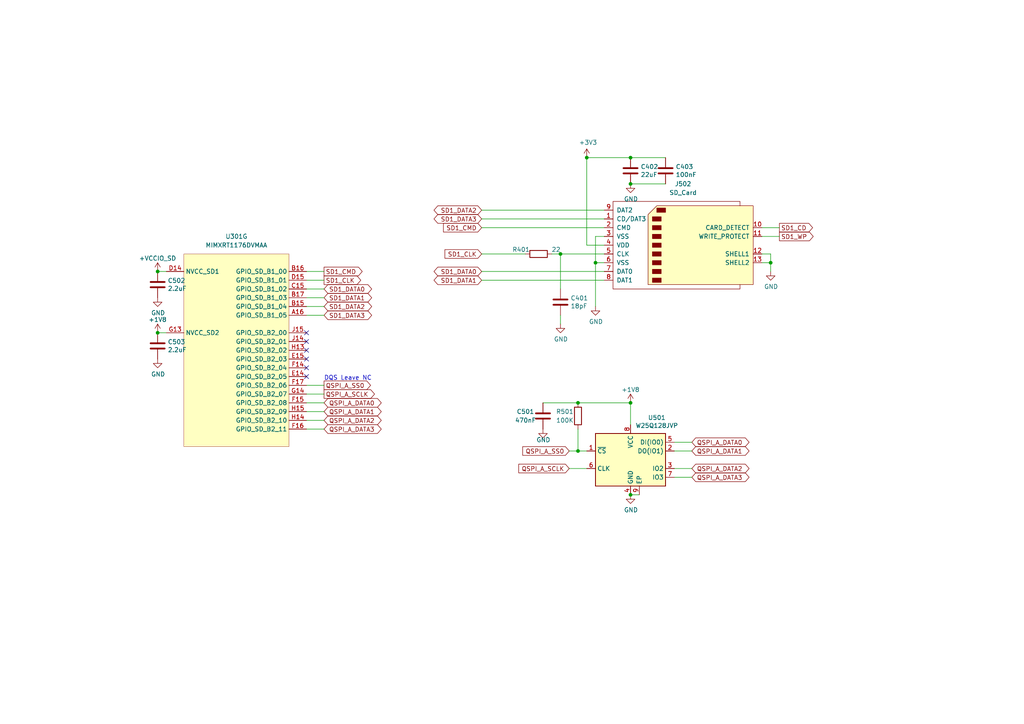
<source format=kicad_sch>
(kicad_sch (version 20230121) (generator eeschema)
  (paper "A4")
  (title_block (title "Sitina 1 Mainboard") (date "2023-03-16") (rev "R0.6") (company "Copyright 2023 Wenting Zhang") (comment 2 "MERCHANTABILITY, SATISFACTORY QUALITY AND FITNESS FOR A PARTICULAR PURPOSE.") (comment 3 "This source is distributed WITHOUT ANY EXPRESS OR IMPLIED WARRANTY, INCLUDING OF") (comment 4 "This source describes Open Hardware and is licensed under the CERN-OHL-P v2."))
  (lib_symbols
    (symbol "Connector:SD_Card" (pin_names (offset 1.016))
      (property "Reference" "J" (at -16.51 13.97 0))
      (property "Value" "SD_Card" (at 15.24 -13.97 0))
      (symbol "SD_Card_0_1"
        (rectangle (start -8.89 -9.525) (end -6.35 -10.795) (fill (type outline)))
        (rectangle (start -8.89 -6.985) (end -6.35 -8.255) (fill (type outline)))
        (rectangle (start -8.89 -4.445) (end -6.35 -5.715) (fill (type outline)))
        (rectangle (start -8.89 -1.905) (end -6.35 -3.175) (fill (type outline)))
        (rectangle (start -8.89 0.635) (end -6.35 -0.635) (fill (type outline)))
        (rectangle (start -8.89 3.175) (end -6.35 1.905) (fill (type outline)))
        (rectangle (start -8.89 5.715) (end -6.35 4.445) (fill (type outline)))
        (rectangle (start -8.89 8.255) (end -6.35 6.985) (fill (type outline)))
        (rectangle (start -7.62 10.795) (end -5.08 9.525) (fill (type outline)))
        (polyline (pts (xy -10.16 8.89) (xy -7.62 11.43) (xy 20.32 11.43) (xy 20.32 -11.43) (xy -10.16 -11.43) (xy -10.16 8.89)) (fill (type background)))
        (polyline (pts (xy 16.51 11.43) (xy 16.51 12.7) (xy -20.32 12.7) (xy -20.32 -12.7) (xy 16.51 -12.7) (xy 16.51 -11.43)))
      )
      (symbol "SD_Card_1_1"
        (pin input line (at -22.86 7.62 0) (length 2.54) (name "CD/DAT3") (number "1"))
        (pin input line (at 22.86 5.08 180) (length 2.54) (name "CARD_DETECT") (number "10"))
        (pin input line (at 22.86 2.54 180) (length 2.54) (name "WRITE_PROTECT") (number "11"))
        (pin input line (at 22.86 -2.54 180) (length 2.54) (name "SHELL1") (number "12"))
        (pin input line (at 22.86 -5.08 180) (length 2.54) (name "SHELL2") (number "13"))
        (pin input line (at -22.86 5.08 0) (length 2.54) (name "CMD") (number "2"))
        (pin power_in line (at -22.86 2.54 0) (length 2.54) (name "VSS") (number "3"))
        (pin power_in line (at -22.86 0 0) (length 2.54) (name "VDD") (number "4"))
        (pin input line (at -22.86 -2.54 0) (length 2.54) (name "CLK") (number "5"))
        (pin power_in line (at -22.86 -5.08 0) (length 2.54) (name "VSS") (number "6"))
        (pin input line (at -22.86 -7.62 0) (length 2.54) (name "DAT0") (number "7"))
        (pin input line (at -22.86 -10.16 0) (length 2.54) (name "DAT1") (number "8"))
        (pin input line (at -22.86 10.16 0) (length 2.54) (name "DAT2") (number "9"))
      )
    )
    (symbol "Device:C" (pin_numbers hide) (pin_names (offset 0.254))
      (property "Reference" "C" (at 0.635 2.54 0))
      (property "Value" "C" (at 0.635 -2.54 0))
      (symbol "C_0_1"
        (polyline (pts (xy -2.032 -0.762) (xy 2.032 -0.762)) (stroke (width 0.508)))
        (polyline (pts (xy -2.032 0.762) (xy 2.032 0.762)) (stroke (width 0.508)))
      )
      (symbol "C_1_1"
        (pin passive line (at 0 3.81 270) (length 2.794) (name "~") (number "1"))
        (pin passive line (at 0 -3.81 90) (length 2.794) (name "~") (number "2"))
      )
    )
    (symbol "Device:R" (pin_numbers hide) (pin_names (offset 0))
      (property "Reference" "R" (at 2.032 0 90))
      (property "Value" "R" (at 0 0 90))
      (symbol "R_0_1"
        (rectangle (start -1.016 -2.54) (end 1.016 2.54) (stroke (width 0.254)))
      )
      (symbol "R_1_1"
        (pin passive line (at 0 3.81 270) (length 1.27) (name "~") (number "1"))
        (pin passive line (at 0 -3.81 90) (length 1.27) (name "~") (number "2"))
      )
    )
    (symbol "Memory_Flash:W25Q32JVZP"
      (property "Reference" "U" (at -8.89 8.89 0))
      (property "Value" "W25Q32JVZP" (at 7.62 8.89 0))
      (symbol "W25Q32JVZP_0_1"
        (rectangle (start -10.16 7.62) (end 10.16 -7.62) (stroke (width 0.254)) (fill (type background)))
      )
      (symbol "W25Q32JVZP_1_1"
        (pin input line (at -12.7 2.54 0) (length 2.54) (name "~{CS}") (number "1"))
        (pin bidirectional line (at 12.7 2.54 180) (length 2.54) (name "DO(IO1)") (number "2"))
        (pin bidirectional line (at 12.7 -2.54 180) (length 2.54) (name "IO2") (number "3"))
        (pin power_in line (at 0 -10.16 90) (length 2.54) (name "GND") (number "4"))
        (pin bidirectional line (at 12.7 5.08 180) (length 2.54) (name "DI(IO0)") (number "5"))
        (pin input line (at -12.7 -2.54 0) (length 2.54) (name "CLK") (number "6"))
        (pin bidirectional line (at 12.7 -5.08 180) (length 2.54) (name "IO3") (number "7"))
        (pin power_in line (at 0 10.16 270) (length 2.54) (name "VCC") (number "8"))
        (pin passive line (at 2.54 -10.16 90) (length 2.54) (name "EP") (number "9"))
      )
    )
    (symbol "power:+1V8" (power) (pin_names (offset 0))
      (property "Value" "+1V8" (at 0 3.556 0))
      (symbol "+1V8_0_1"
        (polyline (pts (xy -0.762 1.27) (xy 0 2.54)))
        (polyline (pts (xy 0 0) (xy 0 2.54)))
        (polyline (pts (xy 0 2.54) (xy 0.762 1.27)))
      )
      (symbol "+1V8_1_1"
        (pin power_in line (at 0 0 90) (length 0) hide (name "+1V8") (number "1"))
      )
    )
    (symbol "power:+3V3" (power) (pin_names (offset 0))
      (property "Value" "+3V3" (at 0 3.556 0))
      (symbol "+3V3_0_1"
        (polyline (pts (xy -0.762 1.27) (xy 0 2.54)))
        (polyline (pts (xy 0 0) (xy 0 2.54)))
        (polyline (pts (xy 0 2.54) (xy 0.762 1.27)))
      )
      (symbol "+3V3_1_1"
        (pin power_in line (at 0 0 90) (length 0) hide (name "+3V3") (number "1"))
      )
    )
    (symbol "power:GND" (power) (pin_names (offset 0))
      (property "Value" "GND" (at 0 -3.81 0))
      (symbol "GND_0_1"
        (polyline (pts (xy 0 0) (xy 0 -1.27) (xy 1.27 -1.27) (xy 0 -2.54) (xy -1.27 -1.27) (xy 0 -1.27)))
      )
      (symbol "GND_1_1"
        (pin power_in line (at 0 0 270) (length 0) hide (name "GND") (number "1"))
      )
    )
    (symbol "symbols:+VCCIO_SD" (power) (pin_names (offset 0))
      (property "Value" "+VCCIO_SD" (at 0 3.556 0))
      (symbol "+VCCIO_SD_0_1"
        (polyline (pts (xy -0.762 1.27) (xy 0 2.54)))
        (polyline (pts (xy 0 0) (xy 0 2.54)))
        (polyline (pts (xy 0 2.54) (xy 0.762 1.27)))
      )
      (symbol "+VCCIO_SD_1_1"
        (pin power_in line (at 0 0 90) (length 0) hide (name "+VCCIO_SD") (number "1"))
      )
    )
    (symbol "symbols:MIMXRT1176DVMAA_9"
      (property "Reference" "U" (at 0 0 0))
      (property "Value" "MIMXRT1176DVMAA" (at 0 -2.54 0))
      (symbol "MIMXRT1176DVMAA_9_1_0"
        (text "(Internal LDO Output)" (at -9.525 -18.415 0) (effects (font (size 0.635 0.635))))
        (text "(Internal LDO Output)" (at -9.525 -13.335 0) (effects (font (size 0.635 0.635))))
      )
      (symbol "MIMXRT1176DVMAA_9_1_1"
        (rectangle (start -15.24 -5.08) (end 15.24 -71.12) (stroke (width 0.001)) (fill (type background)))
        (pin input line (at 20.32 -48.26 180) (length 5.08) (name "GPIO_SNVS_02") (number "L9"))
        (pin input line (at 20.32 -50.8 180) (length 5.08) (name "GPIO_SNVS_03") (number "M10"))
        (pin input line (at 20.32 -58.42 180) (length 5.08) (name "GPIO_SNVS_06") (number "M9"))
        (pin input line (at 20.32 -53.34 180) (length 5.08) (name "GPIO_SNVS_04") (number "N10"))
        (pin input line (at 20.32 -63.5 180) (length 5.08) (name "GPIO_SNVS_08") (number "N9"))
        (pin input line (at 20.32 -45.72 180) (length 5.08) (name "GPIO_SNVS_01") (number "P10"))
        (pin input line (at 20.32 -55.88 180) (length 5.08) (name "GPIO_SNVS_05") (number "P9"))
        (pin input line (at 20.32 -43.18 180) (length 5.08) (name "GPIO_SNVS_00") (number "R10"))
        (pin input line (at 20.32 -66.04 180) (length 5.08) (name "GPIO_SNVS_09") (number "R11"))
        (pin input line (at 20.32 -60.96 180) (length 5.08) (name "GPIO_SNVS_07") (number "R9"))
        (pin input line (at 20.32 -20.32 180) (length 5.08) (name "~{POR}") (number "T10"))
        (pin input line (at 20.32 -38.1 180) (length 5.08) (name "TEST_MODE") (number "T11"))
        (pin input line (at -20.32 -30.48 0) (length 5.08) (name "RTC_XTALI") (number "T13"))
        (pin input line (at -20.32 -20.32 0) (length 5.08) (name "VDD_SNVS_DIG") (number "T14"))
        (pin input line (at 20.32 -15.24 180) (length 5.08) (name "WAKEUP") (number "T8"))
        (pin input line (at 20.32 -27.94 180) (length 5.08) (name "PMIC_STBY_REQ") (number "T9"))
        (pin input line (at 20.32 -10.16 180) (length 5.08) (name "ONOFF") (number "U10"))
        (pin input line (at -20.32 -43.18 0) (length 5.08) (name "NVCC_SNVS") (number "U11"))
        (pin input line (at -20.32 -10.16 0) (length 5.08) (name "VDD_SNVS_IN") (number "U12"))
        (pin input line (at -20.32 -38.1 0) (length 5.08) (name "RTC_XTALO") (number "U13"))
        (pin input line (at -20.32 -15.24 0) (length 5.08) (name "VDD_SNVS_ANA") (number "U14"))
        (pin input line (at 20.32 -33.02 180) (length 5.08) (name "PMIC_ON_REQ") (number "U9"))
      )
      (symbol "MIMXRT1176DVMAA_9_2_0"
        (text "(Internal LDO Output)" (at -9.525 -18.415 0) (effects (font (size 0.635 0.635))))
        (text "(Internal LDO Output)" (at -9.525 -13.335 0) (effects (font (size 0.635 0.635))))
        (text "(Internal LDO Output)" (at 9.525 -31.115 0) (effects (font (size 0.635 0.635))))
      )
      (symbol "MIMXRT1176DVMAA_9_2_1"
        (rectangle (start -15.24 -5.08) (end 15.24 -45.72) (stroke (width 0.001)) (fill (type background)))
        (pin input line (at 20.32 -15.24 180) (length 5.08) (name "ADC_VREFH") (number "G16"))
        (pin input line (at -20.32 -30.48 0) (length 5.08) (name "VDD_SOC_IN_3") (number "H10"))
        (pin input line (at -20.32 -25.4 0) (length 5.08) (name "VDD_SOC_IN_1") (number "H8"))
        (pin input line (at -20.32 -27.94 0) (length 5.08) (name "VDD_SOC_IN_2") (number "H9"))
        (pin input line (at -20.32 -38.1 0) (length 5.08) (name "VDD_SOC_IN_6") (number "J10"))
        (pin input line (at 20.32 -10.16 180) (length 5.08) (name "VDDA_ADC_3P3") (number "J13"))
        (pin input line (at -20.32 -33.02 0) (length 5.08) (name "VDD_SOC_IN_4") (number "J8"))
        (pin input line (at -20.32 -35.56 0) (length 5.08) (name "VDD_SOC_IN_5") (number "J9"))
        (pin input line (at -20.32 -40.64 0) (length 5.08) (name "VDD_SOC_IN_7") (number "K10"))
        (pin input line (at 20.32 -20.32 180) (length 5.08) (name "VDDA_ADC_1P8") (number "K15"))
        (pin input line (at 20.32 -25.4 180) (length 5.08) (name "VDDA_1P8_IN") (number "M11"))
        (pin input line (at 20.32 -33.02 180) (length 5.08) (name "VDDA_1P0") (number "N11"))
        (pin input line (at -20.32 -20.32 0) (length 5.08) (name "VDD_LPSR_DIG") (number "P11"))
        (pin input line (at -20.32 -15.24 0) (length 5.08) (name "VDD_LPSR_ANA") (number "P12"))
        (pin input line (at -20.32 -10.16 0) (length 5.08) (name "VDD_LPSR_IN") (number "R12"))
      )
      (symbol "MIMXRT1176DVMAA_9_3_1"
        (rectangle (start -15.24 -5.08) (end 15.24 -45.72) (stroke (width 0.001)) (fill (type background)))
        (pin input line (at 20.32 -35.56 180) (length 5.08) (name "DCDC_GND_1") (number "K6"))
        (pin input line (at 20.32 -38.1 180) (length 5.08) (name "DCDC_GND_2") (number "K7"))
        (pin input line (at 20.32 -20.32 180) (length 5.08) (name "DCDC_DIG_1") (number "K8"))
        (pin input line (at 20.32 -22.86 180) (length 5.08) (name "DCDC_DIG_2") (number "K9"))
        (pin input line (at -20.32 -15.24 0) (length 5.08) (name "DCDC_IN_Q") (number "L5"))
        (pin input line (at 20.32 -40.64 180) (length 5.08) (name "DCDC_GND_3") (number "L6"))
        (pin input line (at 20.32 -27.94 180) (length 5.08) (name "DCDC_DIG_SENSE") (number "L7"))
        (pin input line (at 20.32 -25.4 180) (length 5.08) (name "DCDC_DIG_3") (number "L8"))
        (pin input line (at -20.32 -10.16 0) (length 5.08) (name "DCDC_IN_1") (number "M5"))
        (pin input line (at 20.32 -15.24 180) (length 5.08) (name "DCDC_ANA_SENSE") (number "M6"))
        (pin input line (at 20.32 -10.16 180) (length 5.08) (name "DCDC_ANA_1") (number "M7"))
        (pin input line (at 20.32 -12.7 180) (length 5.08) (name "DCDC_ANA_2") (number "M8"))
        (pin input line (at -20.32 -40.64 0) (length 5.08) (name "DCDC_MODE") (number "N4"))
        (pin input line (at -20.32 -12.7 0) (length 5.08) (name "DCDC_IN_2") (number "N5"))
        (pin input line (at -20.32 -20.32 0) (length 5.08) (name "DCDC_PSWITCH") (number "P3"))
        (pin input line (at -20.32 -25.4 0) (length 5.08) (name "DCDC_LP_1") (number "T3"))
        (pin input line (at -20.32 -33.02 0) (length 5.08) (name "DCDC_LN_1") (number "T4"))
        (pin input line (at -20.32 -27.94 0) (length 5.08) (name "DCDC_LP_2") (number "U3"))
        (pin input line (at -20.32 -35.56 0) (length 5.08) (name "DCDC_LN_2") (number "U4"))
      )
      (symbol "MIMXRT1176DVMAA_9_4_1"
        (rectangle (start -12.7 -5.08) (end 12.7 -55.88) (stroke (width 0.001)) (fill (type background)))
        (pin input line (at -17.78 -10.16 0) (length 5.08) (name "VSS_1") (number "A1"))
        (pin input line (at -17.78 -12.7 0) (length 5.08) (name "VSS_2") (number "A17"))
        (pin input line (at -17.78 -15.24 0) (length 5.08) (name "VSS_3") (number "B7"))
        (pin input line (at -17.78 -20.32 0) (length 5.08) (name "VSS_5") (number "C10"))
        (pin input line (at -17.78 -22.86 0) (length 5.08) (name "VSS_6") (number "C12"))
        (pin input line (at -17.78 -25.4 0) (length 5.08) (name "VSS_7") (number "C14"))
        (pin input line (at -17.78 -17.78 0) (length 5.08) (name "VSS_4") (number "C8"))
        (pin input line (at -17.78 -27.94 0) (length 5.08) (name "VSS_8") (number "D4"))
        (pin input line (at -17.78 -30.48 0) (length 5.08) (name "VSS_9") (number "F11"))
        (pin input line (at -17.78 -33.02 0) (length 5.08) (name "VSS_10") (number "F12"))
        (pin input line (at -17.78 -35.56 0) (length 5.08) (name "VSS_11") (number "F13"))
        (pin input line (at -17.78 -48.26 0) (length 5.08) (name "VSS_16") (number "G10"))
        (pin input line (at -17.78 -50.8 0) (length 5.08) (name "VSS_17") (number "G11"))
        (pin input line (at 17.78 -10.16 180) (length 5.08) (name "VSS_18") (number "G15"))
        (pin input line (at -17.78 -38.1 0) (length 5.08) (name "VSS_12") (number "G3"))
        (pin input line (at -17.78 -40.64 0) (length 5.08) (name "VSS_13") (number "G7"))
        (pin input line (at -17.78 -43.18 0) (length 5.08) (name "VSS_14") (number "G8"))
        (pin input line (at -17.78 -45.72 0) (length 5.08) (name "VSS_15") (number "G9"))
        (pin input line (at 17.78 -15.24 180) (length 5.08) (name "VSS_20") (number "H11"))
        (pin input line (at 17.78 -12.7 180) (length 5.08) (name "VSS_19") (number "H7"))
        (pin input line (at 17.78 -20.32 180) (length 5.08) (name "VSS_22") (number "J11"))
        (pin input line (at 17.78 -17.78 180) (length 5.08) (name "VSS_21") (number "J7"))
        (pin input line (at 17.78 -22.86 180) (length 5.08) (name "VSS_23") (number "K11"))
        (pin input line (at 17.78 -27.94 180) (length 5.08) (name "VSS_25") (number "L10"))
        (pin input line (at 17.78 -30.48 180) (length 5.08) (name "VSS_26") (number "L11"))
        (pin input line (at 17.78 -33.02 180) (length 5.08) (name "VSS_27") (number "L15"))
        (pin input line (at 17.78 -25.4 180) (length 5.08) (name "VSS_24") (number "L3"))
        (pin input line (at 17.78 -38.1 180) (length 5.08) (name "VSS_29") (number "P14"))
        (pin input line (at 17.78 -35.56 180) (length 5.08) (name "VSS_28") (number "P4"))
        (pin input line (at 17.78 -50.8 180) (length 5.08) (name "VSS_34") (number "R4"))
        (pin input line (at 17.78 -40.64 180) (length 5.08) (name "VSS_30") (number "R7"))
        (pin input line (at 17.78 -43.18 180) (length 5.08) (name "VSS_31") (number "T12"))
        (pin input line (at 17.78 -45.72 180) (length 5.08) (name "VSS_32") (number "U1"))
        (pin input line (at 17.78 -48.26 180) (length 5.08) (name "VSS_33") (number "U17"))
      )
      (symbol "MIMXRT1176DVMAA_9_5_0"
        (polyline (pts (xy -15.24 -27.94) (xy 15.24 -27.94)) (stroke (width 0.0005)))
        (polyline (pts (xy -15.24 -17.78) (xy 15.24 -17.78)) (stroke (width 0.0005)))
        (text "VDD_LPSR_ANA Domain" (at 0 -7.62 0) (effects (font (size 1.27 1.27))))
        (text "VDDA_1P8_IN Domain" (at 0 -30.48 0) (effects (font (size 1.27 1.27))))
        (text "VDDA_ADC_1P8 Domain" (at 0 -20.32 0) (effects (font (size 1.27 1.27))))
      )
      (symbol "MIMXRT1176DVMAA_9_5_1"
        (rectangle (start -15.24 -5.08) (end 15.24 -40.64) (stroke (width 0.001)) (fill (type background)))
        (pin input line (at 20.32 -22.86 180) (length 5.08) (name "DAC_OUT") (number "H16"))
        (pin input line (at 20.32 -35.56 180) (length 5.08) (name "CLK1_N") (number "T15"))
        (pin input line (at -20.32 -12.7 0) (length 5.08) (name "XTALO") (number "T16"))
        (pin input line (at 20.32 -33.02 180) (length 5.08) (name "CLK1_P") (number "U15"))
        (pin input line (at -20.32 -10.16 0) (length 5.08) (name "XTALI") (number "U16"))
      )
      (symbol "MIMXRT1176DVMAA_9_6_1"
        (rectangle (start -15.24 -5.08) (end 15.24 -53.34) (stroke (width 0.001)) (fill (type background)))
        (pin input line (at 20.32 -10.16 180) (length 5.08) (name "GPIO_LPSR_00") (number "N6"))
        (pin input line (at 20.32 -20.32 180) (length 5.08) (name "GPIO_LPSR_04") (number "N7"))
        (pin input line (at 20.32 -22.86 180) (length 5.08) (name "GPIO_LPSR_05") (number "N8"))
        (pin input line (at 20.32 -33.02 180) (length 5.08) (name "GPIO_LPSR_09") (number "P5"))
        (pin input line (at 20.32 -15.24 180) (length 5.08) (name "GPIO_LPSR_02") (number "P6"))
        (pin input line (at -20.32 -10.16 0) (length 5.08) (name "NVCC_LPSR") (number "P7"))
        (pin input line (at 20.32 -25.4 180) (length 5.08) (name "GPIO_LPSR_06") (number "P8"))
        (pin input line (at 20.32 -35.56 180) (length 5.08) (name "GPIO_LPSR_10") (number "R5"))
        (pin input line (at 20.32 -12.7 180) (length 5.08) (name "GPIO_LPSR_01") (number "R6"))
        (pin input line (at 20.32 -27.94 180) (length 5.08) (name "GPIO_LPSR_07") (number "R8"))
        (pin input line (at 20.32 -38.1 180) (length 5.08) (name "GPIO_LPSR_11") (number "T5"))
        (pin input line (at 20.32 -45.72 180) (length 5.08) (name "GPIO_LPSR_14") (number "T6"))
        (pin input line (at 20.32 -17.78 180) (length 5.08) (name "GPIO_LPSR_03") (number "T7"))
        (pin input line (at 20.32 -40.64 180) (length 5.08) (name "GPIO_LPSR_12") (number "U5"))
        (pin input line (at 20.32 -43.18 180) (length 5.08) (name "GPIO_LPSR_13") (number "U6"))
        (pin input line (at 20.32 -48.26 180) (length 5.08) (name "GPIO_LPSR_15") (number "U7"))
        (pin input line (at 20.32 -30.48 180) (length 5.08) (name "GPIO_LPSR_08") (number "U8"))
      )
      (symbol "MIMXRT1176DVMAA_9_7_1"
        (rectangle (start -15.24 -5.08) (end 15.24 -60.96) (stroke (width 0.001)) (fill (type background)))
        (pin input line (at 20.32 -22.86 180) (length 5.08) (name "GPIO_SD_B1_05") (number "A16"))
        (pin input line (at 20.32 -20.32 180) (length 5.08) (name "GPIO_SD_B1_04") (number "B15"))
        (pin input line (at 20.32 -10.16 180) (length 5.08) (name "GPIO_SD_B1_00") (number "B16"))
        (pin input line (at 20.32 -17.78 180) (length 5.08) (name "GPIO_SD_B1_03") (number "B17"))
        (pin input line (at 20.32 -15.24 180) (length 5.08) (name "GPIO_SD_B1_02") (number "C15"))
        (pin input line (at -20.32 -10.16 0) (length 5.08) (name "NVCC_SD1") (number "D14"))
        (pin input line (at 20.32 -12.7 180) (length 5.08) (name "GPIO_SD_B1_01") (number "D15"))
        (pin input line (at 20.32 -40.64 180) (length 5.08) (name "GPIO_SD_B2_05") (number "E14"))
        (pin input line (at 20.32 -35.56 180) (length 5.08) (name "GPIO_SD_B2_03") (number "E15"))
        (pin input line (at 20.32 -38.1 180) (length 5.08) (name "GPIO_SD_B2_04") (number "F14"))
        (pin input line (at 20.32 -48.26 180) (length 5.08) (name "GPIO_SD_B2_08") (number "F15"))
        (pin input line (at 20.32 -55.88 180) (length 5.08) (name "GPIO_SD_B2_11") (number "F16"))
        (pin input line (at 20.32 -43.18 180) (length 5.08) (name "GPIO_SD_B2_06") (number "F17"))
        (pin input line (at -20.32 -27.94 0) (length 5.08) (name "NVCC_SD2") (number "G13"))
        (pin input line (at 20.32 -45.72 180) (length 5.08) (name "GPIO_SD_B2_07") (number "G14"))
        (pin input line (at 20.32 -33.02 180) (length 5.08) (name "GPIO_SD_B2_02") (number "H13"))
        (pin input line (at 20.32 -53.34 180) (length 5.08) (name "GPIO_SD_B2_10") (number "H14"))
        (pin input line (at 20.32 -50.8 180) (length 5.08) (name "GPIO_SD_B2_09") (number "H15"))
        (pin input line (at 20.32 -30.48 180) (length 5.08) (name "GPIO_SD_B2_01") (number "J14"))
        (pin input line (at 20.32 -27.94 180) (length 5.08) (name "GPIO_SD_B2_00") (number "J15"))
      )
      (symbol "MIMXRT1176DVMAA_9_8_1"
        (rectangle (start -15.24 -5.08) (end 15.24 -111.76) (stroke (width 0.001)) (fill (type background)))
        (pin input line (at 20.32 -106.68 180) (length 5.08) (name "GPIO_AD_35") (number "G17"))
        (pin input line (at 20.32 -101.6 180) (length 5.08) (name "GPIO_AD_33") (number "H17"))
        (pin input line (at 20.32 -73.66 180) (length 5.08) (name "GPIO_AD_23") (number "J12"))
        (pin input line (at 20.32 -104.14 180) (length 5.08) (name "GPIO_AD_34") (number "J16"))
        (pin input line (at 20.32 -96.52 180) (length 5.08) (name "GPIO_AD_31") (number "J17"))
        (pin input line (at 20.32 -71.12 180) (length 5.08) (name "GPIO_AD_22") (number "K12"))
        (pin input line (at 20.32 -66.04 180) (length 5.08) (name "GPIO_AD_20") (number "K13"))
        (pin input line (at 20.32 -68.58 180) (length 5.08) (name "GPIO_AD_21") (number "K14"))
        (pin input line (at 20.32 -99.06 180) (length 5.08) (name "GPIO_AD_32") (number "K16"))
        (pin input line (at 20.32 -93.98 180) (length 5.08) (name "GPIO_AD_30") (number "K17"))
        (pin input line (at 20.32 -45.72 180) (length 5.08) (name "GPIO_AD_13") (number "L12"))
        (pin input line (at 20.32 -76.2 180) (length 5.08) (name "GPIO_AD_24") (number "L13"))
        (pin input line (at 20.32 -81.28 180) (length 5.08) (name "GPIO_AD_26") (number "L14"))
        (pin input line (at 20.32 -60.96 180) (length 5.08) (name "GPIO_AD_19") (number "L16"))
        (pin input line (at 20.32 -86.36 180) (length 5.08) (name "GPIO_AD_28") (number "L17"))
        (pin input line (at -20.32 -10.16 0) (length 5.08) (name "NVCC_GPIO") (number "M12"))
        (pin input line (at 20.32 -20.32 180) (length 5.08) (name "GPIO_AD_04") (number "M13"))
        (pin input line (at 20.32 -50.8 180) (length 5.08) (name "GPIO_AD_15") (number "M14"))
        (pin input line (at 20.32 -78.74 180) (length 5.08) (name "GPIO_AD_25") (number "M15"))
        (pin input line (at 20.32 -58.42 180) (length 5.08) (name "GPIO_AD_18") (number "M16"))
        (pin input line (at 20.32 -88.9 180) (length 5.08) (name "GPIO_AD_29") (number "M17"))
        (pin input line (at 20.32 -10.16 180) (length 5.08) (name "GPIO_AD_00") (number "N12"))
        (pin input line (at 20.32 -25.4 180) (length 5.08) (name "GPIO_AD_06") (number "N13"))
        (pin input line (at 20.32 -48.26 180) (length 5.08) (name "GPIO_AD_14") (number "N14"))
        (pin input line (at 20.32 -55.88 180) (length 5.08) (name "GPIO_AD_17") (number "N15"))
        (pin input line (at 20.32 -83.82 180) (length 5.08) (name "GPIO_AD_27") (number "N16"))
        (pin input line (at 20.32 -53.34 180) (length 5.08) (name "GPIO_AD_16") (number "N17"))
        (pin input line (at 20.32 -22.86 180) (length 5.08) (name "GPIO_AD_05") (number "P13"))
        (pin input line (at 20.32 -17.78 180) (length 5.08) (name "GPIO_AD_03") (number "P15"))
        (pin input line (at 20.32 -40.64 180) (length 5.08) (name "GPIO_AD_11") (number "P16"))
        (pin input line (at 20.32 -43.18 180) (length 5.08) (name "GPIO_AD_12") (number "P17"))
        (pin input line (at 20.32 -15.24 180) (length 5.08) (name "GPIO_AD_02") (number "R13"))
        (pin input line (at 20.32 -12.7 180) (length 5.08) (name "GPIO_AD_01") (number "R14"))
        (pin input line (at 20.32 -30.48 180) (length 5.08) (name "GPIO_AD_08") (number "R15"))
        (pin input line (at 20.32 -33.02 180) (length 5.08) (name "GPIO_AD_09") (number "R16"))
        (pin input line (at 20.32 -38.1 180) (length 5.08) (name "GPIO_AD_10") (number "R17"))
        (pin input line (at 20.32 -27.94 180) (length 5.08) (name "GPIO_AD_07") (number "T17"))
      )
      (symbol "MIMXRT1176DVMAA_9_9_1"
        (rectangle (start -15.24 -5.08) (end 15.24 -86.36) (stroke (width 0.001)) (fill (type background)))
        (pin input line (at 20.32 -38.1 180) (length 5.08) (name "GPIO_DISP_B1_11") (number "A14"))
        (pin input line (at 20.32 -30.48 180) (length 5.08) (name "GPIO_DISP_B1_08") (number "A15"))
        (pin input line (at 20.32 -81.28 180) (length 5.08) (name "GPIO_DISP_B2_15") (number "A4"))
        (pin input line (at 20.32 -76.2 180) (length 5.08) (name "GPIO_DISP_B2_13") (number "A5"))
        (pin input line (at 20.32 -71.12 180) (length 5.08) (name "GPIO_DISP_B2_11") (number "A6"))
        (pin input line (at 20.32 -78.74 180) (length 5.08) (name "GPIO_DISP_B2_14") (number "A7"))
        (pin input line (at 20.32 -35.56 180) (length 5.08) (name "GPIO_DISP_B1_10") (number "B14"))
        (pin input line (at 20.32 -63.5 180) (length 5.08) (name "GPIO_DISP_B2_08") (number "B5"))
        (pin input line (at 20.32 -73.66 180) (length 5.08) (name "GPIO_DISP_B2_12") (number "B6"))
        (pin input line (at 20.32 -22.86 180) (length 5.08) (name "GPIO_DISP_B1_05") (number "C11"))
        (pin input line (at 20.32 -33.02 180) (length 5.08) (name "GPIO_DISP_B1_09") (number "C13"))
        (pin input line (at 20.32 -58.42 180) (length 5.08) (name "GPIO_DISP_B2_06") (number "C6"))
        (pin input line (at 20.32 -53.34 180) (length 5.08) (name "GPIO_DISP_B2_04") (number "C7"))
        (pin input line (at 20.32 -55.88 180) (length 5.08) (name "GPIO_DISP_B2_05") (number "C9"))
        (pin input line (at 20.32 -25.4 180) (length 5.08) (name "GPIO_DISP_B1_06") (number "D10"))
        (pin input line (at 20.32 -15.24 180) (length 5.08) (name "GPIO_DISP_B1_02") (number "D11"))
        (pin input line (at -20.32 -10.16 0) (length 5.08) (name "NVCC_DISP1") (number "D12"))
        (pin input line (at 20.32 -12.7 180) (length 5.08) (name "GPIO_DISP_B1_01") (number "D13"))
        (pin input line (at 20.32 -60.96 180) (length 5.08) (name "GPIO_DISP_B2_07") (number "D6"))
        (pin input line (at 20.32 -50.8 180) (length 5.08) (name "GPIO_DISP_B2_03") (number "D7"))
        (pin input line (at 20.32 -66.04 180) (length 5.08) (name "GPIO_DISP_B2_09") (number "D8"))
        (pin input line (at 20.32 -68.58 180) (length 5.08) (name "GPIO_DISP_B2_10") (number "D9"))
        (pin input line (at 20.32 -20.32 180) (length 5.08) (name "GPIO_DISP_B1_04") (number "E10"))
        (pin input line (at 20.32 -17.78 180) (length 5.08) (name "GPIO_DISP_B1_03") (number "E11"))
        (pin input line (at 20.32 -27.94 180) (length 5.08) (name "GPIO_DISP_B1_07") (number "E12"))
        (pin input line (at 20.32 -10.16 180) (length 5.08) (name "GPIO_DISP_B1_00") (number "E13"))
        (pin input line (at -20.32 -43.18 0) (length 5.08) (name "NVCC_DISP2") (number "E7"))
        (pin input line (at 20.32 -43.18 180) (length 5.08) (name "GPIO_DISP_B2_00") (number "E8"))
        (pin input line (at 20.32 -48.26 180) (length 5.08) (name "GPIO_DISP_B2_02") (number "E9"))
        (pin input line (at 20.32 -45.72 180) (length 5.08) (name "GPIO_DISP_B2_01") (number "F8"))
      )
      (symbol "MIMXRT1176DVMAA_9_10_1"
        (rectangle (start -15.24 -5.08) (end 15.24 -185.42) (stroke (width 0.001)) (fill (type background)))
        (pin input line (at 20.32 -38.1 180) (length 5.08) (name "GPIO_EMC_B1_10") (number "A2"))
        (pin input line (at 20.32 -33.02 180) (length 5.08) (name "GPIO_EMC_B1_09") (number "A3"))
        (pin input line (at 20.32 -48.26 180) (length 5.08) (name "GPIO_EMC_B1_14") (number "B1"))
        (pin input line (at 20.32 -73.66 180) (length 5.08) (name "GPIO_EMC_B1_23") (number "B2"))
        (pin input line (at 20.32 -55.88 180) (length 5.08) (name "GPIO_EMC_B1_17") (number "B3"))
        (pin input line (at 20.32 -58.42 180) (length 5.08) (name "GPIO_EMC_B1_18") (number "B4"))
        (pin input line (at 20.32 -50.8 180) (length 5.08) (name "GPIO_EMC_B1_15") (number "C1"))
        (pin input line (at 20.32 -40.64 180) (length 5.08) (name "GPIO_EMC_B1_11") (number "C2"))
        (pin input line (at 20.32 -66.04 180) (length 5.08) (name "GPIO_EMC_B1_20") (number "C3"))
        (pin input line (at 20.32 -60.96 180) (length 5.08) (name "GPIO_EMC_B1_19") (number "C4"))
        (pin input line (at 20.32 -43.18 180) (length 5.08) (name "GPIO_EMC_B1_12") (number "C5"))
        (pin input line (at 20.32 -99.06 180) (length 5.08) (name "GPIO_EMC_B1_32") (number "D1"))
        (pin input line (at 20.32 -96.52 180) (length 5.08) (name "GPIO_EMC_B1_31") (number "D2"))
        (pin input line (at 20.32 -53.34 180) (length 5.08) (name "GPIO_EMC_B1_16") (number "D3"))
        (pin input line (at 20.32 -45.72 180) (length 5.08) (name "GPIO_EMC_B1_13") (number "D5"))
        (pin input line (at 20.32 -104.14 180) (length 5.08) (name "GPIO_EMC_B1_34") (number "E1"))
        (pin input line (at 20.32 -101.6 180) (length 5.08) (name "GPIO_EMC_B1_33") (number "E2"))
        (pin input line (at 20.32 -93.98 180) (length 5.08) (name "GPIO_EMC_B1_30") (number "E3"))
        (pin input line (at 20.32 -17.78 180) (length 5.08) (name "GPIO_EMC_B1_03") (number "E4"))
        (pin input line (at 20.32 -86.36 180) (length 5.08) (name "GPIO_EMC_B1_28") (number "E5"))
        (pin input line (at 20.32 -88.9 180) (length 5.08) (name "GPIO_EMC_B1_29") (number "E6"))
        (pin input line (at 20.32 -106.68 180) (length 5.08) (name "GPIO_EMC_B1_35") (number "F1"))
        (pin input line (at 20.32 -12.7 180) (length 5.08) (name "GPIO_EMC_B1_01") (number "F2"))
        (pin input line (at 20.32 -10.16 180) (length 5.08) (name "GPIO_EMC_B1_00") (number "F3"))
        (pin input line (at 20.32 -22.86 180) (length 5.08) (name "GPIO_EMC_B1_05") (number "F4"))
        (pin input line (at 20.32 -30.48 180) (length 5.08) (name "GPIO_EMC_B1_08") (number "F5"))
        (pin input line (at -20.32 -12.7 0) (length 5.08) (name "NVCC_EMC1") (number "F6"))
        (pin input line (at -20.32 -10.16 0) (length 5.08) (name "NVCC_EMC1") (number "F7"))
        (pin input line (at 20.32 -109.22 180) (length 5.08) (name "GPIO_EMC_B1_36") (number "G1"))
        (pin input line (at 20.32 -68.58 180) (length 5.08) (name "GPIO_EMC_B1_21") (number "G2"))
        (pin input line (at 20.32 -15.24 180) (length 5.08) (name "GPIO_EMC_B1_02") (number "G4"))
        (pin input line (at 20.32 -83.82 180) (length 5.08) (name "GPIO_EMC_B1_27") (number "G5"))
        (pin input line (at -20.32 -15.24 0) (length 5.08) (name "NVCC_EMC1") (number "G6"))
        (pin input line (at 20.32 -111.76 180) (length 5.08) (name "GPIO_EMC_B1_37") (number "H1"))
        (pin input line (at 20.32 -71.12 180) (length 5.08) (name "GPIO_EMC_B1_22") (number "H2"))
        (pin input line (at 20.32 -27.94 180) (length 5.08) (name "GPIO_EMC_B1_07") (number "H3"))
        (pin input line (at 20.32 -25.4 180) (length 5.08) (name "GPIO_EMC_B1_06") (number "H4"))
        (pin input line (at 20.32 -20.32 180) (length 5.08) (name "GPIO_EMC_B1_04") (number "H5"))
        (pin input line (at -20.32 -127 0) (length 5.08) (name "NVCC_EMC2") (number "H6"))
        (pin input line (at 20.32 -114.3 180) (length 5.08) (name "GPIO_EMC_B1_38") (number "J1"))
        (pin input line (at 20.32 -116.84 180) (length 5.08) (name "GPIO_EMC_B1_39") (number "J2"))
        (pin input line (at 20.32 -81.28 180) (length 5.08) (name "GPIO_EMC_B1_26") (number "J3"))
        (pin input line (at 20.32 -78.74 180) (length 5.08) (name "GPIO_EMC_B1_25") (number "J4"))
        (pin input line (at 20.32 -76.2 180) (length 5.08) (name "GPIO_EMC_B1_24") (number "J5"))
        (pin input line (at -20.32 -129.54 0) (length 5.08) (name "NVCC_EMC2") (number "J6"))
        (pin input line (at 20.32 -119.38 180) (length 5.08) (name "GPIO_EMC_B1_40") (number "K1"))
        (pin input line (at 20.32 -127 180) (length 5.08) (name "GPIO_EMC_B2_00") (number "K2"))
        (pin input line (at 20.32 -132.08 180) (length 5.08) (name "GPIO_EMC_B2_02") (number "K3"))
        (pin input line (at 20.32 -129.54 180) (length 5.08) (name "GPIO_EMC_B2_01") (number "K4"))
        (pin input line (at 20.32 -162.56 180) (length 5.08) (name "GPIO_EMC_B2_13") (number "K5"))
        (pin input line (at 20.32 -121.92 180) (length 5.08) (name "GPIO_EMC_B1_41") (number "L1"))
        (pin input line (at 20.32 -167.64 180) (length 5.08) (name "GPIO_EMC_B2_15") (number "L2"))
        (pin input line (at 20.32 -157.48 180) (length 5.08) (name "GPIO_EMC_B2_11") (number "L4"))
        (pin input line (at 20.32 -137.16 180) (length 5.08) (name "GPIO_EMC_B2_04") (number "M1"))
        (pin input line (at 20.32 -160.02 180) (length 5.08) (name "GPIO_EMC_B2_12") (number "M2"))
        (pin input line (at 20.32 -144.78 180) (length 5.08) (name "GPIO_EMC_B2_07") (number "M3"))
        (pin input line (at 20.32 -165.1 180) (length 5.08) (name "GPIO_EMC_B2_14") (number "M4"))
        (pin input line (at 20.32 -139.7 180) (length 5.08) (name "GPIO_EMC_B2_05") (number "N1"))
        (pin input line (at 20.32 -149.86 180) (length 5.08) (name "GPIO_EMC_B2_09") (number "N2"))
        (pin input line (at 20.32 -175.26 180) (length 5.08) (name "GPIO_EMC_B2_18") (number "N3"))
        (pin input line (at 20.32 -147.32 180) (length 5.08) (name "GPIO_EMC_B2_08") (number "P1"))
        (pin input line (at 20.32 -170.18 180) (length 5.08) (name "GPIO_EMC_B2_16") (number "P2"))
        (pin input line (at 20.32 -134.62 180) (length 5.08) (name "GPIO_EMC_B2_03") (number "R1"))
        (pin input line (at 20.32 -154.94 180) (length 5.08) (name "GPIO_EMC_B2_10") (number "R2"))
        (pin input line (at 20.32 -180.34 180) (length 5.08) (name "GPIO_EMC_B2_20") (number "R3"))
        (pin input line (at 20.32 -142.24 180) (length 5.08) (name "GPIO_EMC_B2_06") (number "T1"))
        (pin input line (at 20.32 -172.72 180) (length 5.08) (name "GPIO_EMC_B2_17") (number "T2"))
        (pin input line (at 20.32 -177.8 180) (length 5.08) (name "GPIO_EMC_B2_19") (number "U2"))
      )
      (symbol "MIMXRT1176DVMAA_9_11_1"
        (rectangle (start -15.24 -5.08) (end 15.24 -55.88) (stroke (width 0.001)) (fill (type background)))
        (pin input line (at 20.32 -43.18 180) (length 5.08) (name "MIPI_DSI_DN1") (number "A10"))
        (pin input line (at 20.32 -12.7 180) (length 5.08) (name "MIPI_CSI_DN0") (number "A11"))
        (pin input line (at 20.32 -27.94 180) (length 5.08) (name "MIPI_CSI_CKN") (number "A12"))
        (pin input line (at 20.32 -20.32 180) (length 5.08) (name "MIPI_CSI_DN1") (number "A13"))
        (pin input line (at 20.32 -35.56 180) (length 5.08) (name "MIPI_DSI_DN0") (number "A8"))
        (pin input line (at 20.32 -50.8 180) (length 5.08) (name "MIPI_DSI_CKN") (number "A9"))
        (pin input line (at 20.32 -40.64 180) (length 5.08) (name "MIPI_DSI_DP1") (number "B10"))
        (pin input line (at 20.32 -10.16 180) (length 5.08) (name "MIPI_CSI_DP0") (number "B11"))
        (pin input line (at 20.32 -25.4 180) (length 5.08) (name "MIPI_CSI_CKP") (number "B12"))
        (pin input line (at 20.32 -17.78 180) (length 5.08) (name "MIPI_CSI_DP1") (number "B13"))
        (pin input line (at 20.32 -33.02 180) (length 5.08) (name "MIPI_DSI_DP0") (number "B8"))
        (pin input line (at 20.32 -48.26 180) (length 5.08) (name "MIPI_DSI_CKP") (number "B9"))
        (pin input line (at -20.32 -17.78 0) (length 5.08) (name "VDD_MIPI_1P0") (number "F10"))
        (pin input line (at -20.32 -10.16 0) (length 5.08) (name "VDD_MIPI_1P8") (number "F9"))
      )
      (symbol "MIMXRT1176DVMAA_9_12_1"
        (rectangle (start -15.24 -5.08) (end 15.24 -30.48) (stroke (width 0.001)) (fill (type background)))
        (pin input line (at 20.32 -22.86 180) (length 5.08) (name "USB2_DN") (number "C16"))
        (pin input line (at 20.32 -20.32 180) (length 5.08) (name "USB2_DP") (number "C17"))
        (pin input line (at -20.32 -25.4 0) (length 5.08) (name "USB2_VBUS") (number "D16"))
        (pin input line (at -20.32 -20.32 0) (length 5.08) (name "USB1_VBUS") (number "D17"))
        (pin input line (at 20.32 -12.7 180) (length 5.08) (name "USB1_DN") (number "E16"))
        (pin input line (at 20.32 -10.16 180) (length 5.08) (name "USB1_DP") (number "E17"))
        (pin input line (at -20.32 -15.24 0) (length 5.08) (name "VDD_USB_3P3") (number "G12"))
        (pin input line (at -20.32 -10.16 0) (length 5.08) (name "VDD_USB_1P8") (number "H12"))
      )
    )
  )
  (junction (at 182.88 143.51) (diameter 0.9144))
  (junction (at 182.88 53.34) (diameter 0.9144))
  (junction (at 167.64 130.81) (diameter 0.9144))
  (junction (at 170.18 45.72))
  (junction (at 182.88 116.84))
  (junction (at 167.64 116.84) (diameter 0.9144))
  (junction (at 182.88 45.72) (diameter 0.9144))
  (junction (at 223.52 76.2))
  (junction (at 45.72 96.52))
  (junction (at 172.72 76.2))
  (junction (at 162.56 73.66) (diameter 0.9144))
  (junction (at 45.72 78.74))
  (no_connect (at 88.9 96.52))
  (no_connect (at 88.9 99.06))
  (no_connect (at 88.9 101.6))
  (no_connect (at 88.9 104.14))
  (no_connect (at 88.9 106.68))
  (no_connect (at 88.9 109.22))
  (wire (pts (xy 160.02 73.66) (xy 162.56 73.66)))
  (wire (pts (xy 88.9 111.76) (xy 93.98 111.76)))
  (wire (pts (xy 88.9 83.82) (xy 93.98 83.82)))
  (wire (pts (xy 88.9 88.9) (xy 93.98 88.9)))
  (wire (pts (xy 139.7 60.96) (xy 175.26 60.96)))
  (wire (pts (xy 162.56 73.66) (xy 175.26 73.66)))
  (wire (pts (xy 220.98 73.66) (xy 223.52 73.66)))
  (wire (pts (xy 167.64 116.84) (xy 182.88 116.84)))
  (wire (pts (xy 223.52 76.2) (xy 223.52 78.74)))
  (wire (pts (xy 88.9 78.74) (xy 93.98 78.74)))
  (wire (pts (xy 170.18 45.72) (xy 170.18 71.12)))
  (wire (pts (xy 167.64 124.46) (xy 167.64 130.81)))
  (wire (pts (xy 195.58 135.89) (xy 200.66 135.89)))
  (wire (pts (xy 223.52 73.66) (xy 223.52 76.2)))
  (wire (pts (xy 88.9 86.36) (xy 93.98 86.36)))
  (wire (pts (xy 185.42 143.51) (xy 182.88 143.51)))
  (wire (pts (xy 157.48 116.84) (xy 167.64 116.84)))
  (wire (pts (xy 139.7 73.66) (xy 152.4 73.66)))
  (wire (pts (xy 193.04 53.34) (xy 182.88 53.34)))
  (wire (pts (xy 172.72 68.58) (xy 175.26 68.58)))
  (wire (pts (xy 88.9 114.3) (xy 93.98 114.3)))
  (wire (pts (xy 195.58 128.27) (xy 200.66 128.27)))
  (wire (pts (xy 165.1 135.89) (xy 170.18 135.89)))
  (wire (pts (xy 162.56 91.44) (xy 162.56 93.98)))
  (wire (pts (xy 220.98 66.04) (xy 226.06 66.04)))
  (wire (pts (xy 195.58 138.43) (xy 200.66 138.43)))
  (wire (pts (xy 139.7 78.74) (xy 175.26 78.74)))
  (wire (pts (xy 88.9 91.44) (xy 93.98 91.44)))
  (wire (pts (xy 167.64 130.81) (xy 170.18 130.81)))
  (wire (pts (xy 170.18 45.72) (xy 182.88 45.72)))
  (wire (pts (xy 88.9 119.38) (xy 93.98 119.38)))
  (wire (pts (xy 165.1 130.81) (xy 167.64 130.81)))
  (wire (pts (xy 162.56 73.66) (xy 162.56 83.82)))
  (wire (pts (xy 45.72 96.52) (xy 48.26 96.52)))
  (wire (pts (xy 220.98 68.58) (xy 226.06 68.58)))
  (wire (pts (xy 220.98 76.2) (xy 223.52 76.2)))
  (wire (pts (xy 182.88 123.19) (xy 182.88 116.84)))
  (wire (pts (xy 139.7 63.5) (xy 175.26 63.5)))
  (wire (pts (xy 172.72 68.58) (xy 172.72 76.2)))
  (wire (pts (xy 193.04 45.72) (xy 182.88 45.72)))
  (wire (pts (xy 88.9 121.92) (xy 93.98 121.92)))
  (wire (pts (xy 139.7 66.04) (xy 175.26 66.04)))
  (wire (pts (xy 195.58 130.81) (xy 200.66 130.81)))
  (wire (pts (xy 139.7 81.28) (xy 175.26 81.28)))
  (wire (pts (xy 172.72 76.2) (xy 172.72 88.9)))
  (wire (pts (xy 88.9 81.28) (xy 93.98 81.28)))
  (wire (pts (xy 88.9 124.46) (xy 93.98 124.46)))
  (wire (pts (xy 88.9 116.84) (xy 93.98 116.84)))
  (wire (pts (xy 170.18 71.12) (xy 175.26 71.12)))
  (wire (pts (xy 172.72 76.2) (xy 175.26 76.2)))
  (wire (pts (xy 45.72 78.74) (xy 48.26 78.74)))
  (text "DQS Leave NC" (at 93.98 110.49 0) (effects (font (size 1.27 1.27)) (justify left bottom)))
  (global_label "QSPI_A_SS0" (shape input) (at 165.1 130.81 180) (property "Intersheetrefs" "${INTERSHEET_REFS}" (effects hide)))
  (global_label "QSPI_A_DATA3" (shape bidirectional) (at 200.66 138.43 0) (property "Intersheetrefs" "${INTERSHEET_REFS}" (effects hide)))
  (global_label "SD1_CLK" (shape output) (at 93.98 81.28 0) (property "Intersheetrefs" "${INTERSHEET_REFS}" (effects hide)))
  (global_label "QSPI_A_DATA0" (shape bidirectional) (at 93.98 116.84 0) (property "Intersheetrefs" "${INTERSHEET_REFS}" (effects hide)))
  (global_label "SD1_DATA1" (shape bidirectional) (at 93.98 86.36 0) (property "Intersheetrefs" "${INTERSHEET_REFS}" (effects hide)))
  (global_label "QSPI_A_SCLK" (shape input) (at 165.1 135.89 180) (property "Intersheetrefs" "${INTERSHEET_REFS}" (effects hide)))
  (global_label "SD1_WP" (shape output) (at 226.06 68.58 0) (property "Intersheetrefs" "${INTERSHEET_REFS}" (effects hide)))
  (global_label "QSPI_A_DATA2" (shape bidirectional) (at 93.98 121.92 0) (property "Intersheetrefs" "${INTERSHEET_REFS}" (effects hide)))
  (global_label "SD1_DATA2" (shape bidirectional) (at 139.7 60.96 180) (property "Intersheetrefs" "${INTERSHEET_REFS}" (effects hide)))
  (global_label "SD1_CMD" (shape output) (at 93.98 78.74 0) (property "Intersheetrefs" "${INTERSHEET_REFS}" (effects hide)))
  (global_label "QSPI_A_DATA3" (shape bidirectional) (at 93.98 124.46 0) (property "Intersheetrefs" "${INTERSHEET_REFS}" (effects hide)))
  (global_label "QSPI_A_DATA2" (shape bidirectional) (at 200.66 135.89 0) (property "Intersheetrefs" "${INTERSHEET_REFS}" (effects hide)))
  (global_label "QSPI_A_DATA0" (shape bidirectional) (at 200.66 128.27 0) (property "Intersheetrefs" "${INTERSHEET_REFS}" (effects hide)))
  (global_label "SD1_DATA0" (shape bidirectional) (at 139.7 78.74 180) (property "Intersheetrefs" "${INTERSHEET_REFS}" (effects hide)))
  (global_label "QSPI_A_SS0" (shape output) (at 93.98 111.76 0) (property "Intersheetrefs" "${INTERSHEET_REFS}" (effects hide)))
  (global_label "SD1_CD" (shape output) (at 226.06 66.04 0) (property "Intersheetrefs" "${INTERSHEET_REFS}" (effects hide)))
  (global_label "QSPI_A_DATA1" (shape bidirectional) (at 200.66 130.81 0) (property "Intersheetrefs" "${INTERSHEET_REFS}" (effects hide)))
  (global_label "SD1_DATA3" (shape bidirectional) (at 139.7 63.5 180) (property "Intersheetrefs" "${INTERSHEET_REFS}" (effects hide)))
  (global_label "QSPI_A_DATA1" (shape bidirectional) (at 93.98 119.38 0) (property "Intersheetrefs" "${INTERSHEET_REFS}" (effects hide)))
  (global_label "SD1_DATA0" (shape bidirectional) (at 93.98 83.82 0) (property "Intersheetrefs" "${INTERSHEET_REFS}" (effects hide)))
  (global_label "SD1_DATA2" (shape bidirectional) (at 93.98 88.9 0) (property "Intersheetrefs" "${INTERSHEET_REFS}" (effects hide)))
  (global_label "QSPI_A_SCLK" (shape output) (at 93.98 114.3 0) (property "Intersheetrefs" "${INTERSHEET_REFS}" (effects hide)))
  (global_label "SD1_DATA1" (shape bidirectional) (at 139.7 81.28 180) (property "Intersheetrefs" "${INTERSHEET_REFS}" (effects hide)))
  (global_label "SD1_DATA3" (shape bidirectional) (at 93.98 91.44 0) (property "Intersheetrefs" "${INTERSHEET_REFS}" (effects hide)))
  (global_label "SD1_CLK" (shape input) (at 139.7 73.66 180) (property "Intersheetrefs" "${INTERSHEET_REFS}" (effects hide)))
  (global_label "SD1_CMD" (shape input) (at 139.7 66.04 180) (property "Intersheetrefs" "${INTERSHEET_REFS}" (effects hide)))
  (symbol (lib_id "power:GND") (at 162.56 93.98 0) (unit 1)
    (property "Reference" "#PWR0401" (effects hide))
    (property "Value" "GND" (at 162.687 98.3742 0))
  )
  (symbol (lib_id "power:GND") (at 172.72 88.9 0) (unit 1)
    (property "Reference" "#PWR0403" (effects hide))
    (property "Value" "GND" (at 172.847 93.2942 0))
  )
  (symbol (lib_id "Device:R") (at 167.64 120.65 0) (unit 1)
    (property "Reference" "R501" (at 163.83 119.38 0))
    (property "Value" "100K" (at 163.83 121.92 0))
    (property "Footprint" "Resistor_SMD:R_0402_1005Metric" (effects hide))
  )
  (symbol (lib_id "Device:C") (at 193.04 49.53 0) (unit 1)
    (property "Reference" "C403" (at 195.961 48.362 0) (effects (justify left)))
    (property "Value" "100nF" (at 195.961 50.673 0) (effects (justify left)))
    (property "Footprint" "Capacitor_SMD:C_0402_1005Metric" (effects hide))
  )
  (symbol (lib_id "Device:C") (at 162.56 87.63 0) (unit 1)
    (property "Reference" "C401" (at 165.481 86.4616 0) (effects (justify left)))
    (property "Value" "18pF" (at 165.481 88.773 0) (effects (justify left)))
    (property "Footprint" "Capacitor_SMD:C_0402_1005Metric" (effects hide))
  )
  (symbol (lib_name "symbols:MIMXRT1176DVMAA_9") (lib_id "symbols:MIMXRT1176DVMAA") (at 68.58 68.58 0) (unit 7)
    (property "Reference" "U301" (at 68.58 68.58 0))
    (property "Value" "MIMXRT1176DVMAA" (at 68.58 71.12 0))
    (property "Footprint" "footprints:BGA-289_17x17_14.0x14.0mm" (effects hide))
  )
  (symbol (lib_id "power:GND") (at 45.72 86.36 0) (unit 1)
    (property "Reference" "#PWR0502" (effects hide))
    (property "Value" "GND" (at 45.847 90.7542 0))
  )
  (symbol (lib_id "power:GND") (at 182.88 53.34 0) (unit 1)
    (property "Reference" "#PWR0404" (effects hide))
    (property "Value" "GND" (at 183.007 57.7342 0))
  )
  (symbol (lib_id "power:+1V8") (at 182.88 116.84 0) (unit 1)
    (property "Reference" "#PWR0505" (effects hide))
    (property "Value" "+1V8" (at 182.88 113.03 0))
  )
  (symbol (lib_id "Device:C") (at 182.88 49.53 0) (unit 1)
    (property "Reference" "C402" (at 185.801 48.362 0) (effects (justify left)))
    (property "Value" "22uF" (at 185.801 50.673 0) (effects (justify left)))
    (property "Footprint" "Capacitor_SMD:C_0603_1608Metric" (effects hide))
  )
  (symbol (lib_id "power:GND") (at 223.52 78.74 0) (unit 1)
    (property "Reference" "#PWR0109" (effects hide))
    (property "Value" "GND" (at 223.647 83.1342 0))
  )
  (symbol (lib_id "Device:R") (at 156.21 73.66 270) (unit 1)
    (property "Reference" "R401" (at 151.13 72.39 90))
    (property "Value" "22" (at 161.29 72.39 90))
    (property "Footprint" "Resistor_SMD:R_0402_1005Metric" (effects hide))
  )
  (symbol (lib_id "Device:C") (at 157.48 120.65 180) (unit 1)
    (property "Reference" "C501" (at 152.4 119.38 0))
    (property "Value" "470nF" (at 152.4 121.92 0))
    (property "Footprint" "Capacitor_SMD:C_0402_1005Metric" (effects hide))
  )
  (symbol (lib_id "power:GND") (at 45.72 104.14 0) (unit 1)
    (property "Reference" "#PWR0504" (effects hide))
    (property "Value" "GND" (at 45.847 108.5342 0))
  )
  (symbol (lib_id "symbols:+VCCIO_SD") (at 45.72 78.74 0) (unit 1)
    (property "Reference" "#PWR0501" (effects hide))
    (property "Value" "+VCCIO_SD" (at 45.72 74.93 0))
  )
  (symbol (lib_id "power:GND") (at 157.48 124.46 0) (unit 1)
    (property "Reference" "#PWR0120" (effects hide))
    (property "Value" "GND" (at 157.607 127.5842 0))
  )
  (symbol (lib_id "power:+3V3") (at 170.18 45.72 0) (unit 1)
    (property "Reference" "#PWR0402" (effects hide))
    (property "Value" "+3V3" (at 170.561 41.3258 0))
  )
  (symbol (lib_id "Memory_Flash:W25Q32JVZP") (at 182.88 133.35 0) (unit 1)
    (property "Reference" "U501" (at 190.5 121.133 0))
    (property "Value" "W25Q128JVP" (at 190.5 123.444 0))
    (property "Footprint" "Package_SON:WSON-8-1EP_6x5mm_P1.27mm_EP3.4x4.3mm" (effects hide))
    (property "Datasheet" "http://www.winbond.com/resource-files/w25q32jv%20revg%2003272018%20plus.pdf" (effects hide))
  )
  (symbol (lib_id "power:GND") (at 182.88 143.51 0) (unit 1)
    (property "Reference" "#PWR0119" (effects hide))
    (property "Value" "GND" (at 183.007 147.9042 0))
  )
  (symbol (lib_id "Device:C") (at 45.72 82.55 0) (unit 1)
    (property "Reference" "C502" (at 48.641 81.382 0) (effects (justify left)))
    (property "Value" "2.2uF" (at 48.641 83.693 0) (effects (justify left)))
    (property "Footprint" "Capacitor_SMD:C_0402_1005Metric" (effects hide))
  )
  (symbol (lib_id "power:+1V8") (at 45.72 96.52 0) (unit 1)
    (property "Reference" "#PWR0503" (effects hide))
    (property "Value" "+1V8" (at 45.72 92.71 0))
  )
  (symbol (lib_id "Connector:SD_Card") (at 198.12 71.12 0) (unit 1)
    (property "Reference" "J502" (at 198.12 53.34 0))
    (property "Value" "SD_Card" (at 198.12 55.88 0))
    (property "Footprint" "Connector_Card:SD_Kyocera_145638009511859+" (effects hide))
    (property "Datasheet" "http://portal.fciconnect.com/Comergent//fci/drawing/10067847.pdf" (effects hide))
  )
  (symbol (lib_id "Device:C") (at 45.72 100.33 0) (unit 1)
    (property "Reference" "C503" (at 48.641 99.162 0) (effects (justify left)))
    (property "Value" "2.2uF" (at 48.641 101.473 0) (effects (justify left)))
    (property "Footprint" "Capacitor_SMD:C_0402_1005Metric" (effects hide))
  )
)
</source>
